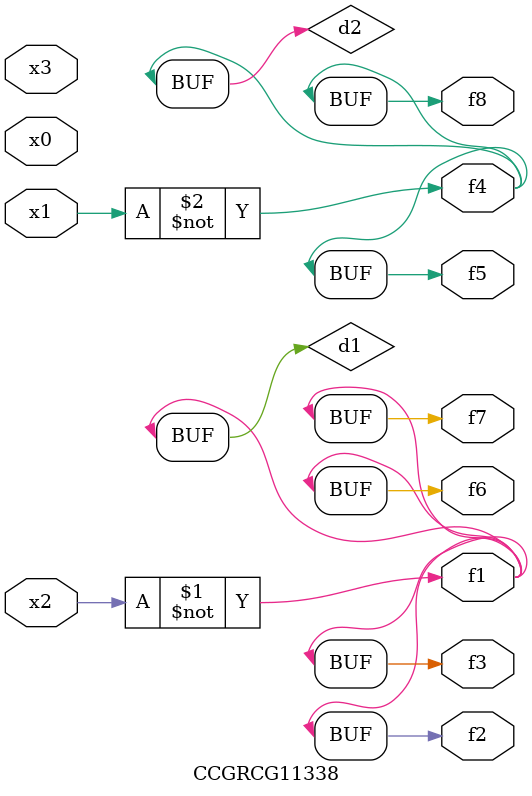
<source format=v>
module CCGRCG11338(
	input x0, x1, x2, x3,
	output f1, f2, f3, f4, f5, f6, f7, f8
);

	wire d1, d2;

	xnor (d1, x2);
	not (d2, x1);
	assign f1 = d1;
	assign f2 = d1;
	assign f3 = d1;
	assign f4 = d2;
	assign f5 = d2;
	assign f6 = d1;
	assign f7 = d1;
	assign f8 = d2;
endmodule

</source>
